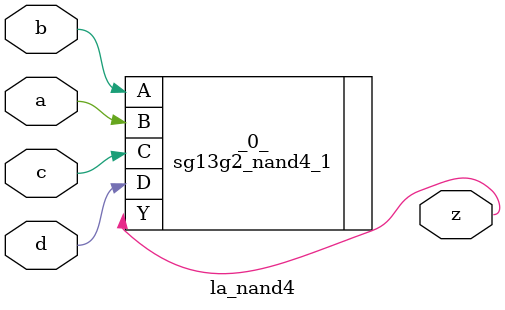
<source format=v>

/* Generated by Yosys 0.44 (git sha1 80ba43d26, g++ 11.4.0-1ubuntu1~22.04 -fPIC -O3) */

(* top =  1  *)
(* src = "inputs/la_nand4.v:10.1-22.10" *)
module la_nand4 (
    a,
    b,
    c,
    d,
    z
);
  (* src = "inputs/la_nand4.v:13.12-13.13" *)
  input a;
  wire a;
  (* src = "inputs/la_nand4.v:14.12-14.13" *)
  input b;
  wire b;
  (* src = "inputs/la_nand4.v:15.12-15.13" *)
  input c;
  wire c;
  (* src = "inputs/la_nand4.v:16.12-16.13" *)
  input d;
  wire d;
  (* src = "inputs/la_nand4.v:17.12-17.13" *)
  output z;
  wire z;
  sg13g2_nand4_1 _0_ (
      .A(b),
      .B(a),
      .C(c),
      .D(d),
      .Y(z)
  );
endmodule

</source>
